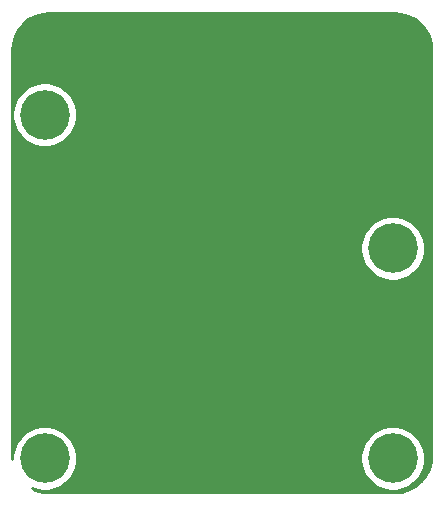
<source format=gbr>
G04 #@! TF.GenerationSoftware,KiCad,Pcbnew,(5.1.7)-1*
G04 #@! TF.CreationDate,2020-12-07T09:39:21+09:00*
G04 #@! TF.ProjectId,pisces_support_plate,70697363-6573-45f7-9375-70706f72745f,rev?*
G04 #@! TF.SameCoordinates,Original*
G04 #@! TF.FileFunction,Copper,L1,Top*
G04 #@! TF.FilePolarity,Positive*
%FSLAX46Y46*%
G04 Gerber Fmt 4.6, Leading zero omitted, Abs format (unit mm)*
G04 Created by KiCad (PCBNEW (5.1.7)-1) date 2020-12-07 09:39:21*
%MOMM*%
%LPD*%
G01*
G04 APERTURE LIST*
G04 #@! TA.AperFunction,ComponentPad*
%ADD10C,4.200000*%
G04 #@! TD*
G04 #@! TA.AperFunction,NonConductor*
%ADD11C,0.254000*%
G04 #@! TD*
G04 #@! TA.AperFunction,NonConductor*
%ADD12C,0.100000*%
G04 #@! TD*
G04 APERTURE END LIST*
D10*
X159639000Y-72644000D03*
X189103000Y-72644000D03*
X189103000Y-54864000D03*
X159639000Y-43561000D03*
D11*
X189841222Y-35013096D02*
X190429164Y-35190606D01*
X190971436Y-35478937D01*
X191447364Y-35867094D01*
X191838845Y-36340314D01*
X192130951Y-36880552D01*
X192312563Y-37467244D01*
X192380001Y-38108888D01*
X192380000Y-72357721D01*
X192316904Y-73001221D01*
X192139394Y-73589164D01*
X191851063Y-74131436D01*
X191462906Y-74607364D01*
X190989686Y-74998845D01*
X190449449Y-75290950D01*
X189862756Y-75472563D01*
X189221130Y-75540000D01*
X160052279Y-75540000D01*
X159408779Y-75476904D01*
X158820836Y-75299394D01*
X158531918Y-75145774D01*
X158841230Y-75273895D01*
X159369626Y-75379000D01*
X159908374Y-75379000D01*
X160436770Y-75273895D01*
X160934508Y-75067725D01*
X161382461Y-74768413D01*
X161763413Y-74387461D01*
X162062725Y-73939508D01*
X162268895Y-73441770D01*
X162374000Y-72913374D01*
X162374000Y-72374626D01*
X186368000Y-72374626D01*
X186368000Y-72913374D01*
X186473105Y-73441770D01*
X186679275Y-73939508D01*
X186978587Y-74387461D01*
X187359539Y-74768413D01*
X187807492Y-75067725D01*
X188305230Y-75273895D01*
X188833626Y-75379000D01*
X189372374Y-75379000D01*
X189900770Y-75273895D01*
X190398508Y-75067725D01*
X190846461Y-74768413D01*
X191227413Y-74387461D01*
X191526725Y-73939508D01*
X191732895Y-73441770D01*
X191838000Y-72913374D01*
X191838000Y-72374626D01*
X191732895Y-71846230D01*
X191526725Y-71348492D01*
X191227413Y-70900539D01*
X190846461Y-70519587D01*
X190398508Y-70220275D01*
X189900770Y-70014105D01*
X189372374Y-69909000D01*
X188833626Y-69909000D01*
X188305230Y-70014105D01*
X187807492Y-70220275D01*
X187359539Y-70519587D01*
X186978587Y-70900539D01*
X186679275Y-71348492D01*
X186473105Y-71846230D01*
X186368000Y-72374626D01*
X162374000Y-72374626D01*
X162268895Y-71846230D01*
X162062725Y-71348492D01*
X161763413Y-70900539D01*
X161382461Y-70519587D01*
X160934508Y-70220275D01*
X160436770Y-70014105D01*
X159908374Y-69909000D01*
X159369626Y-69909000D01*
X158841230Y-70014105D01*
X158343492Y-70220275D01*
X157895539Y-70519587D01*
X157514587Y-70900539D01*
X157215275Y-71348492D01*
X157009105Y-71846230D01*
X156904000Y-72374626D01*
X156904000Y-72704620D01*
X156870000Y-72381130D01*
X156870000Y-54594626D01*
X186368000Y-54594626D01*
X186368000Y-55133374D01*
X186473105Y-55661770D01*
X186679275Y-56159508D01*
X186978587Y-56607461D01*
X187359539Y-56988413D01*
X187807492Y-57287725D01*
X188305230Y-57493895D01*
X188833626Y-57599000D01*
X189372374Y-57599000D01*
X189900770Y-57493895D01*
X190398508Y-57287725D01*
X190846461Y-56988413D01*
X191227413Y-56607461D01*
X191526725Y-56159508D01*
X191732895Y-55661770D01*
X191838000Y-55133374D01*
X191838000Y-54594626D01*
X191732895Y-54066230D01*
X191526725Y-53568492D01*
X191227413Y-53120539D01*
X190846461Y-52739587D01*
X190398508Y-52440275D01*
X189900770Y-52234105D01*
X189372374Y-52129000D01*
X188833626Y-52129000D01*
X188305230Y-52234105D01*
X187807492Y-52440275D01*
X187359539Y-52739587D01*
X186978587Y-53120539D01*
X186679275Y-53568492D01*
X186473105Y-54066230D01*
X186368000Y-54594626D01*
X156870000Y-54594626D01*
X156870000Y-43291626D01*
X156904000Y-43291626D01*
X156904000Y-43830374D01*
X157009105Y-44358770D01*
X157215275Y-44856508D01*
X157514587Y-45304461D01*
X157895539Y-45685413D01*
X158343492Y-45984725D01*
X158841230Y-46190895D01*
X159369626Y-46296000D01*
X159908374Y-46296000D01*
X160436770Y-46190895D01*
X160934508Y-45984725D01*
X161382461Y-45685413D01*
X161763413Y-45304461D01*
X162062725Y-44856508D01*
X162268895Y-44358770D01*
X162374000Y-43830374D01*
X162374000Y-43291626D01*
X162268895Y-42763230D01*
X162062725Y-42265492D01*
X161763413Y-41817539D01*
X161382461Y-41436587D01*
X160934508Y-41137275D01*
X160436770Y-40931105D01*
X159908374Y-40826000D01*
X159369626Y-40826000D01*
X158841230Y-40931105D01*
X158343492Y-41137275D01*
X157895539Y-41436587D01*
X157514587Y-41817539D01*
X157215275Y-42265492D01*
X157009105Y-42763230D01*
X156904000Y-43291626D01*
X156870000Y-43291626D01*
X156870000Y-38132279D01*
X156933096Y-37488778D01*
X157110606Y-36900836D01*
X157398937Y-36358564D01*
X157787094Y-35882636D01*
X158260314Y-35491155D01*
X158800552Y-35199049D01*
X159387244Y-35017437D01*
X160028879Y-34950000D01*
X189197721Y-34950000D01*
X189841222Y-35013096D01*
G04 #@! TA.AperFunction,NonConductor*
D12*
G36*
X189841222Y-35013096D02*
G01*
X190429164Y-35190606D01*
X190971436Y-35478937D01*
X191447364Y-35867094D01*
X191838845Y-36340314D01*
X192130951Y-36880552D01*
X192312563Y-37467244D01*
X192380001Y-38108888D01*
X192380000Y-72357721D01*
X192316904Y-73001221D01*
X192139394Y-73589164D01*
X191851063Y-74131436D01*
X191462906Y-74607364D01*
X190989686Y-74998845D01*
X190449449Y-75290950D01*
X189862756Y-75472563D01*
X189221130Y-75540000D01*
X160052279Y-75540000D01*
X159408779Y-75476904D01*
X158820836Y-75299394D01*
X158531918Y-75145774D01*
X158841230Y-75273895D01*
X159369626Y-75379000D01*
X159908374Y-75379000D01*
X160436770Y-75273895D01*
X160934508Y-75067725D01*
X161382461Y-74768413D01*
X161763413Y-74387461D01*
X162062725Y-73939508D01*
X162268895Y-73441770D01*
X162374000Y-72913374D01*
X162374000Y-72374626D01*
X186368000Y-72374626D01*
X186368000Y-72913374D01*
X186473105Y-73441770D01*
X186679275Y-73939508D01*
X186978587Y-74387461D01*
X187359539Y-74768413D01*
X187807492Y-75067725D01*
X188305230Y-75273895D01*
X188833626Y-75379000D01*
X189372374Y-75379000D01*
X189900770Y-75273895D01*
X190398508Y-75067725D01*
X190846461Y-74768413D01*
X191227413Y-74387461D01*
X191526725Y-73939508D01*
X191732895Y-73441770D01*
X191838000Y-72913374D01*
X191838000Y-72374626D01*
X191732895Y-71846230D01*
X191526725Y-71348492D01*
X191227413Y-70900539D01*
X190846461Y-70519587D01*
X190398508Y-70220275D01*
X189900770Y-70014105D01*
X189372374Y-69909000D01*
X188833626Y-69909000D01*
X188305230Y-70014105D01*
X187807492Y-70220275D01*
X187359539Y-70519587D01*
X186978587Y-70900539D01*
X186679275Y-71348492D01*
X186473105Y-71846230D01*
X186368000Y-72374626D01*
X162374000Y-72374626D01*
X162268895Y-71846230D01*
X162062725Y-71348492D01*
X161763413Y-70900539D01*
X161382461Y-70519587D01*
X160934508Y-70220275D01*
X160436770Y-70014105D01*
X159908374Y-69909000D01*
X159369626Y-69909000D01*
X158841230Y-70014105D01*
X158343492Y-70220275D01*
X157895539Y-70519587D01*
X157514587Y-70900539D01*
X157215275Y-71348492D01*
X157009105Y-71846230D01*
X156904000Y-72374626D01*
X156904000Y-72704620D01*
X156870000Y-72381130D01*
X156870000Y-54594626D01*
X186368000Y-54594626D01*
X186368000Y-55133374D01*
X186473105Y-55661770D01*
X186679275Y-56159508D01*
X186978587Y-56607461D01*
X187359539Y-56988413D01*
X187807492Y-57287725D01*
X188305230Y-57493895D01*
X188833626Y-57599000D01*
X189372374Y-57599000D01*
X189900770Y-57493895D01*
X190398508Y-57287725D01*
X190846461Y-56988413D01*
X191227413Y-56607461D01*
X191526725Y-56159508D01*
X191732895Y-55661770D01*
X191838000Y-55133374D01*
X191838000Y-54594626D01*
X191732895Y-54066230D01*
X191526725Y-53568492D01*
X191227413Y-53120539D01*
X190846461Y-52739587D01*
X190398508Y-52440275D01*
X189900770Y-52234105D01*
X189372374Y-52129000D01*
X188833626Y-52129000D01*
X188305230Y-52234105D01*
X187807492Y-52440275D01*
X187359539Y-52739587D01*
X186978587Y-53120539D01*
X186679275Y-53568492D01*
X186473105Y-54066230D01*
X186368000Y-54594626D01*
X156870000Y-54594626D01*
X156870000Y-43291626D01*
X156904000Y-43291626D01*
X156904000Y-43830374D01*
X157009105Y-44358770D01*
X157215275Y-44856508D01*
X157514587Y-45304461D01*
X157895539Y-45685413D01*
X158343492Y-45984725D01*
X158841230Y-46190895D01*
X159369626Y-46296000D01*
X159908374Y-46296000D01*
X160436770Y-46190895D01*
X160934508Y-45984725D01*
X161382461Y-45685413D01*
X161763413Y-45304461D01*
X162062725Y-44856508D01*
X162268895Y-44358770D01*
X162374000Y-43830374D01*
X162374000Y-43291626D01*
X162268895Y-42763230D01*
X162062725Y-42265492D01*
X161763413Y-41817539D01*
X161382461Y-41436587D01*
X160934508Y-41137275D01*
X160436770Y-40931105D01*
X159908374Y-40826000D01*
X159369626Y-40826000D01*
X158841230Y-40931105D01*
X158343492Y-41137275D01*
X157895539Y-41436587D01*
X157514587Y-41817539D01*
X157215275Y-42265492D01*
X157009105Y-42763230D01*
X156904000Y-43291626D01*
X156870000Y-43291626D01*
X156870000Y-38132279D01*
X156933096Y-37488778D01*
X157110606Y-36900836D01*
X157398937Y-36358564D01*
X157787094Y-35882636D01*
X158260314Y-35491155D01*
X158800552Y-35199049D01*
X159387244Y-35017437D01*
X160028879Y-34950000D01*
X189197721Y-34950000D01*
X189841222Y-35013096D01*
G37*
G04 #@! TD.AperFunction*
M02*

</source>
